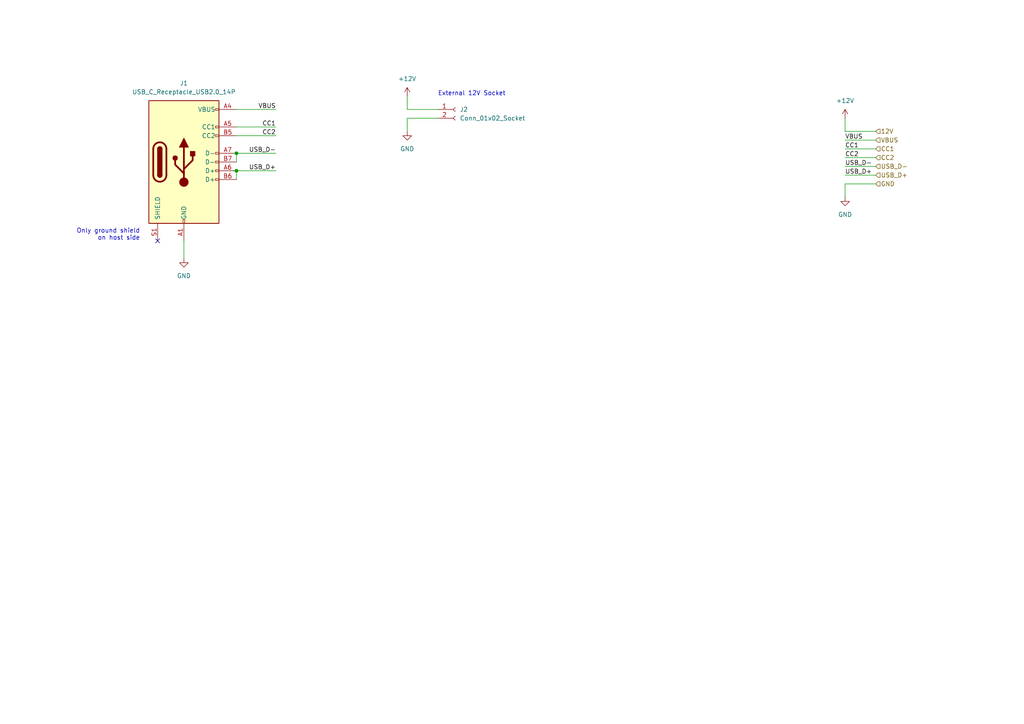
<source format=kicad_sch>
(kicad_sch (version 20230121) (generator eeschema)
  (paper "A4")
  (lib_symbols
    (symbol "Connector:Conn_01x02_Socket" (pin_names (offset 1.016) hide)
      (property "Reference" "J" (at 0 2.54 0))
      (property "Value" "Conn_01x02_Socket" (at 0 -5.08 0))
      (symbol "Conn_01x02_Socket_1_1"
        (arc (start 0 -2.032) (mid -0.5058 -2.54) (end 0 -3.048) (stroke (width 0.1524)))
        (polyline (pts (xy -1.27 -2.54) (xy -0.508 -2.54)) (stroke (width 0.1524)))
        (polyline (pts (xy -1.27 0) (xy -0.508 0)) (stroke (width 0.1524)))
        (arc (start 0 0.508) (mid -0.5058 0) (end 0 -0.508) (stroke (width 0.1524)))
        (pin passive line (at -5.08 0 0) (length 3.81) (name "Pin_1") (number "1"))
        (pin passive line (at -5.08 -2.54 0) (length 3.81) (name "Pin_2") (number "2"))
      )
    )
    (symbol "Connector:USB_C_Receptacle_USB2.0_14P" (pin_names (offset 1.016))
      (property "Reference" "J" (at 0 22.225 0))
      (property "Value" "USB_C_Receptacle_USB2.0_14P" (at 0 19.685 0))
      (symbol "USB_C_Receptacle_USB2.0_14P_0_0"
        (rectangle (start -0.254 -17.78) (end 0.254 -16.764))
        (rectangle (start 10.16 -4.826) (end 9.144 -5.334))
        (rectangle (start 10.16 -2.286) (end 9.144 -2.794))
        (rectangle (start 10.16 0.254) (end 9.144 -0.254))
        (rectangle (start 10.16 2.794) (end 9.144 2.286))
        (rectangle (start 10.16 7.874) (end 9.144 7.366))
        (rectangle (start 10.16 10.414) (end 9.144 9.906))
        (rectangle (start 10.16 15.494) (end 9.144 14.986))
      )
      (symbol "USB_C_Receptacle_USB2.0_14P_0_1"
        (rectangle (start -10.16 17.78) (end 10.16 -17.78) (stroke (width 0.254)) (fill (type background)))
        (arc (start -8.89 -3.81) (mid -6.985 -5.7067) (end -5.08 -3.81) (stroke (width 0.508)))
        (arc (start -7.62 -3.81) (mid -6.985 -4.4423) (end -6.35 -3.81) (stroke (width 0.254)))
        (arc (start -7.62 -3.81) (mid -6.985 -4.4423) (end -6.35 -3.81) (stroke (width 0.254)) (fill (type outline)))
        (rectangle (start -7.62 -3.81) (end -6.35 3.81) (stroke (width 0.254)) (fill (type outline)))
        (arc (start -6.35 3.81) (mid -6.985 4.4423) (end -7.62 3.81) (stroke (width 0.254)))
        (arc (start -6.35 3.81) (mid -6.985 4.4423) (end -7.62 3.81) (stroke (width 0.254)) (fill (type outline)))
        (arc (start -5.08 3.81) (mid -6.985 5.7067) (end -8.89 3.81) (stroke (width 0.508)))
        (circle (center -2.54 1.143) (radius 0.635) (stroke (width 0.254)) (fill (type outline)))
        (circle (center 0 -5.842) (radius 1.27) (fill (type outline)))
        (polyline (pts (xy -8.89 -3.81) (xy -8.89 3.81)) (stroke (width 0.508)))
        (polyline (pts (xy -5.08 3.81) (xy -5.08 -3.81)) (stroke (width 0.508)))
        (polyline (pts (xy 0 -5.842) (xy 0 4.318)) (stroke (width 0.508)))
        (polyline (pts (xy 0 -3.302) (xy -2.54 -0.762) (xy -2.54 0.508)) (stroke (width 0.508)))
        (polyline (pts (xy 0 -2.032) (xy 2.54 0.508) (xy 2.54 1.778)) (stroke (width 0.508)))
        (polyline (pts (xy -1.27 4.318) (xy 0 6.858) (xy 1.27 4.318) (xy -1.27 4.318)) (stroke (width 0.254)) (fill (type outline)))
        (rectangle (start 1.905 1.778) (end 3.175 3.048) (stroke (width 0.254)) (fill (type outline)))
      )
      (symbol "USB_C_Receptacle_USB2.0_14P_1_1"
        (pin passive line (at 0 -22.86 90) (length 5.08) (name "GND") (number "A1"))
        (pin passive line (at 0 -22.86 90) (length 5.08) hide (name "GND") (number "A12"))
        (pin passive line (at 15.24 15.24 180) (length 5.08) (name "VBUS") (number "A4"))
        (pin bidirectional line (at 15.24 10.16 180) (length 5.08) (name "CC1") (number "A5"))
        (pin bidirectional line (at 15.24 -2.54 180) (length 5.08) (name "D+") (number "A6"))
        (pin bidirectional line (at 15.24 2.54 180) (length 5.08) (name "D-") (number "A7"))
        (pin passive line (at 15.24 15.24 180) (length 5.08) hide (name "VBUS") (number "A9"))
        (pin passive line (at 0 -22.86 90) (length 5.08) hide (name "GND") (number "B1"))
        (pin passive line (at 0 -22.86 90) (length 5.08) hide (name "GND") (number "B12"))
        (pin passive line (at 15.24 15.24 180) (length 5.08) hide (name "VBUS") (number "B4"))
        (pin bidirectional line (at 15.24 7.62 180) (length 5.08) (name "CC2") (number "B5"))
        (pin bidirectional line (at 15.24 -5.08 180) (length 5.08) (name "D+") (number "B6"))
        (pin bidirectional line (at 15.24 0 180) (length 5.08) (name "D-") (number "B7"))
        (pin passive line (at 15.24 15.24 180) (length 5.08) hide (name "VBUS") (number "B9"))
        (pin passive line (at -7.62 -22.86 90) (length 5.08) (name "SHIELD") (number "S1"))
      )
    )
    (symbol "power:+12V" (power) (pin_names (offset 0))
      (property "Value" "+12V" (at 0 3.556 0))
      (symbol "+12V_0_1"
        (polyline (pts (xy -0.762 1.27) (xy 0 2.54)))
        (polyline (pts (xy 0 0) (xy 0 2.54)))
        (polyline (pts (xy 0 2.54) (xy 0.762 1.27)))
      )
      (symbol "+12V_1_1"
        (pin power_in line (at 0 0 90) (length 0) hide (name "+12V") (number "1"))
      )
    )
    (symbol "power:GND" (power) (pin_names (offset 0))
      (property "Value" "GND" (at 0 -3.81 0))
      (symbol "GND_0_1"
        (polyline (pts (xy 0 0) (xy 0 -1.27) (xy 1.27 -1.27) (xy 0 -2.54) (xy -1.27 -1.27) (xy 0 -1.27)))
      )
      (symbol "GND_1_1"
        (pin power_in line (at 0 0 270) (length 0) hide (name "GND") (number "1"))
      )
    )
  )
  (junction (at 68.58 49.53))
  (junction (at 68.58 44.45))
  (no_connect (at 45.72 69.85))
  (wire (pts (xy 245.11 48.26) (xy 254 48.26)))
  (wire (pts (xy 68.58 49.53) (xy 80.01 49.53)))
  (wire (pts (xy 68.58 39.37) (xy 80.01 39.37)))
  (wire (pts (xy 68.58 44.45) (xy 80.01 44.45)))
  (wire (pts (xy 68.58 44.45) (xy 68.58 46.99)))
  (wire (pts (xy 118.11 34.29) (xy 118.11 38.1)))
  (wire (pts (xy 245.11 34.29) (xy 245.11 38.1)))
  (wire (pts (xy 68.58 36.83) (xy 80.01 36.83)))
  (wire (pts (xy 245.11 53.34) (xy 254 53.34)))
  (wire (pts (xy 245.11 40.64) (xy 254 40.64)))
  (wire (pts (xy 118.11 27.94) (xy 118.11 31.75)))
  (wire (pts (xy 118.11 34.29) (xy 127 34.29)))
  (wire (pts (xy 245.11 50.8) (xy 254 50.8)))
  (wire (pts (xy 53.34 69.85) (xy 53.34 74.93)))
  (wire (pts (xy 68.58 49.53) (xy 68.58 52.07)))
  (wire (pts (xy 118.11 31.75) (xy 127 31.75)))
  (wire (pts (xy 245.11 43.18) (xy 254 43.18)))
  (wire (pts (xy 245.11 53.34) (xy 245.11 57.15)))
  (wire (pts (xy 245.11 38.1) (xy 254 38.1)))
  (wire (pts (xy 68.58 31.75) (xy 80.01 31.75)))
  (wire (pts (xy 245.11 45.72) (xy 254 45.72)))
  (text "Only ground shield\non host side" (at 40.64 69.85 0) (effects (font (size 1.27 1.27)) (justify right bottom)))
  (text "External 12V Socket" (at 127 27.94 0) (effects (font (size 1.27 1.27)) (justify left bottom)))
  (label "VBUS" (at 80.01 31.75 180))
  (label "USB_D+" (at 80.01 49.53 180))
  (label "USB_D+" (at 245.11 50.8 0))
  (label "CC1" (at 245.11 43.18 0))
  (label "CC2" (at 245.11 45.72 0))
  (label "CC2" (at 80.01 39.37 180))
  (label "VBUS" (at 245.11 40.64 0))
  (label "USB_D-" (at 245.11 48.26 0))
  (label "CC1" (at 80.01 36.83 180))
  (label "USB_D-" (at 80.01 44.45 180))
  (hierarchical_label "USB_D+" (shape input) (at 254 50.8 0))
  (hierarchical_label "CC2" (shape input) (at 254 45.72 0))
  (hierarchical_label "GND" (shape input) (at 254 53.34 0))
  (hierarchical_label "VBUS" (shape input) (at 254 40.64 0))
  (hierarchical_label "12V" (shape input) (at 254 38.1 0))
  (hierarchical_label "USB_D-" (shape input) (at 254 48.26 0))
  (hierarchical_label "CC1" (shape input) (at 254 43.18 0))
  (symbol (lib_id "power:+12V") (at 118.11 27.94 0) (unit 1)
    (property "Reference" "#PWR050" (effects hide))
    (property "Value" "+12V" (at 118.11 22.86 0))
  )
  (symbol (lib_id "power:GND") (at 245.11 57.15 0) (unit 1)
    (property "Reference" "#PWR023" (effects hide))
    (property "Value" "GND" (at 245.11 62.23 0))
  )
  (symbol (lib_id "power:+12V") (at 245.11 34.29 0) (unit 1)
    (property "Reference" "#PWR049" (effects hide))
    (property "Value" "+12V" (at 245.11 29.21 0))
  )
  (symbol (lib_id "Connector:Conn_01x02_Socket") (at 132.08 31.75 0) (unit 1)
    (property "Reference" "J2" (at 133.35 31.75 0) (effects (justify left)))
    (property "Value" "Conn_01x02_Socket" (at 133.35 34.29 0) (effects (justify left)))
  )
  (symbol (lib_id "Connector:USB_C_Receptacle_USB2.0_14P") (at 53.34 46.99 0) (unit 1)
    (property "Reference" "J1" (at 53.34 24.13 0))
    (property "Value" "USB_C_Receptacle_USB2.0_14P" (at 53.34 26.67 0))
    (property "Datasheet" "https://www.usb.org/sites/default/files/documents/usb_type-c.zip" (effects hide))
  )
  (symbol (lib_id "power:GND") (at 118.11 38.1 0) (unit 1)
    (property "Reference" "#PWR051" (effects hide))
    (property "Value" "GND" (at 118.11 43.18 0))
  )
  (symbol (lib_id "power:GND") (at 53.34 74.93 0) (unit 1)
    (property "Reference" "#PWR017" (effects hide))
    (property "Value" "GND" (at 53.34 80.01 0))
  )
)
</source>
